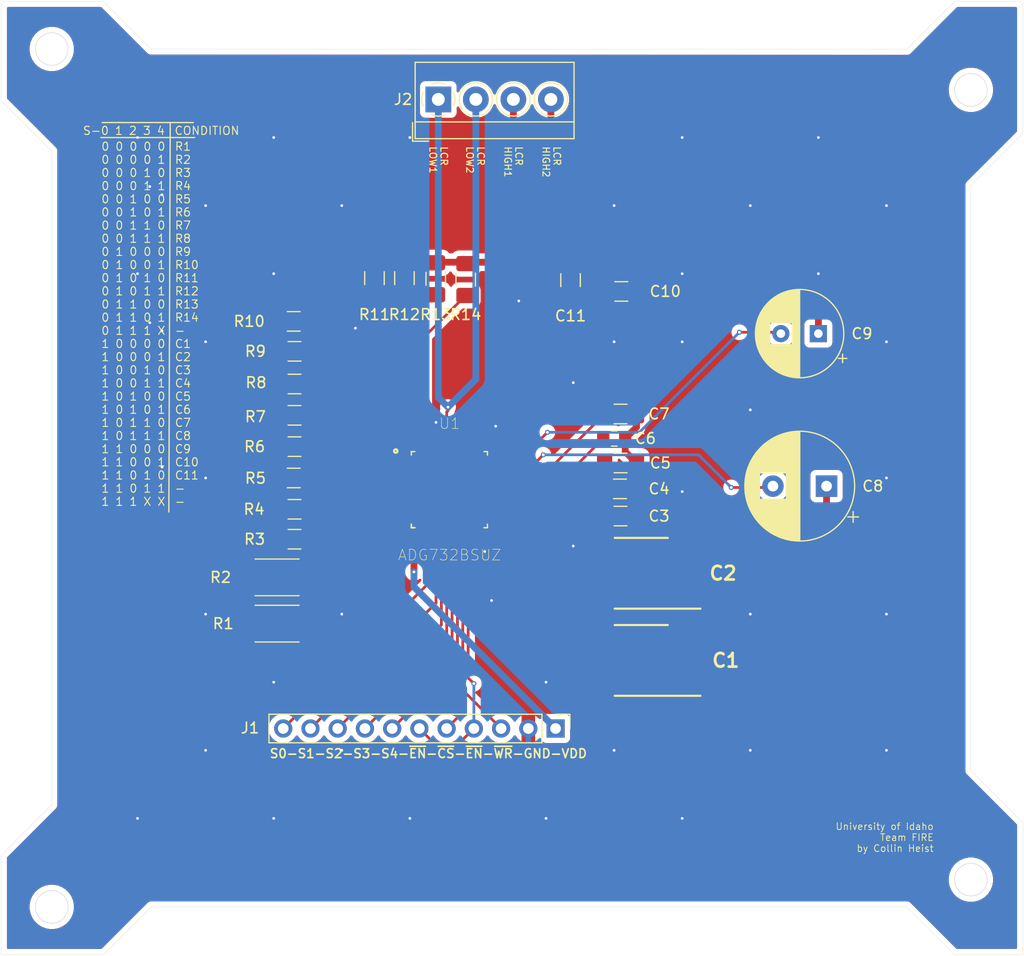
<source format=kicad_pcb>
(kicad_pcb (version 20171130) (host pcbnew "(5.1.4-0-10_14)")
  (title_block (title "RC Test Circuit") (date 2019-11-18) (rev v1.0) (comment 4 "Author: Collin Heist"))
  (layers (0 F.Cu signal) (31 B.Cu signal) (34 B.Paste user hide) (35 F.Paste user) (36 B.SilkS user hide) (37 F.SilkS user) (38 B.Mask user) (39 F.Mask user) (44 Edge.Cuts user))
  (net 0 "")
  (net 1 GND)
  (net 2 SELECT3)
  (net 3 SELECT2)
  (net 4 SELECT1)
  (net 5 SELECT0)
  (net 6 "Net-(C1-Pad2)")
  (net 7 "Net-(C2-Pad2)")
  (net 8 "Net-(C3-Pad2)")
  (net 9 "Net-(C4-Pad2)")
  (net 10 "Net-(C5-Pad2)")
  (net 11 "Net-(C6-Pad2)")
  (net 12 "Net-(C7-Pad2)")
  (net 13 "Net-(C8-Pad2)")
  (net 14 "Net-(C9-Pad2)")
  (net 15 "Net-(C10-Pad2)")
  (net 16 "Net-(C11-Pad2)")
  (net 17 SELECT4)
  (net 18 VDD)
  (net 19 "Net-(R1-Pad1)")
  (net 20 "Net-(R2-Pad1)")
  (net 21 "Net-(R3-Pad1)")
  (net 22 "Net-(R4-Pad1)")
  (net 23 "Net-(R5-Pad1)")
  (net 24 "Net-(R6-Pad1)")
  (net 25 "Net-(R7-Pad1)")
  (net 26 "Net-(R8-Pad1)")
  (net 27 "Net-(R9-Pad1)")
  (net 28 "Net-(R10-Pad1)")
  (net 29 "Net-(R11-Pad1)")
  (net 30 "Net-(R12-Pad1)")
  (net 31 "Net-(R13-Pad1)")
  (net 32 "Net-(R14-Pad1)")
  (net 33 ~WR)
  (net 34 ~EN)
  (net 35 ~CS)
  (net 36 LCR_HIGH1)
  (net 37 LCR_LOW1)
  (module Resistor_SMD:R_1206_3216Metric_Pad1.42x1.75mm_HandSolder (layer F.Cu) (at 68.707 51.3445 90)
    (fp_text reference R14 (at -3.2655 0 180) (layer F.SilkS))
    (fp_text value 10k)
    (pad 1 smd roundrect (at -1.4875 0 90) (size 1.425 1.75) (layers F.Cu F.Paste F.Mask) (roundrect_rratio 0.175439) (net 32 "Net-(R14-Pad1)"))
    (pad 2 smd roundrect (at 1.4875 0 90) (size 1.425 1.75) (layers F.Cu F.Paste F.Mask) (roundrect_rratio 0.175439) (net 36 LCR_HIGH1))
  )
  (module EEH-ZA1E470V:CAPAE660X640N (layer F.Cu) (at 85.904 86.868 180)
    (fp_text reference C1 (at -7.06 0) (layer F.SilkS) (effects (font (size 1.27 1.27) (thickness 0.254))))
    (fp_text value 47u hide)
    (pad 1 smd rect (at -3.1 0 270) (size 1.8 3.2) (layers F.Cu F.Paste F.Mask) (net 36 LCR_HIGH1))
    (pad 2 smd rect (at 3.1 0 270) (size 1.8 3.2) (layers F.Cu F.Paste F.Mask) (net 6 "Net-(C1-Pad2)"))
  )
  (module EEH-ZA1E470V:CAPAE660X640N (layer F.Cu) (at 85.904 78.74 180)
    (fp_text reference C2 (at -6.806 0) (layer F.SilkS) (effects (font (size 1.27 1.27) (thickness 0.254))))
    (fp_text value 47u hide)
    (pad 2 smd rect (at 3.1 0 270) (size 1.8 3.2) (layers F.Cu F.Paste F.Mask) (net 7 "Net-(C2-Pad2)"))
    (pad 1 smd rect (at -3.1 0 270) (size 1.8 3.2) (layers F.Cu F.Paste F.Mask) (net 36 LCR_HIGH1))
  )
  (module Capacitor_SMD:C_1206_3216Metric_Pad1.42x1.75mm_HandSolder (layer F.Cu) (at 83.1485 73.406 180)
    (fp_text reference C3 (at -3.5925 0) (layer F.SilkS))
    (fp_text value 0.1u)
    (pad 2 smd roundrect (at 1.4875 0 180) (size 1.425 1.75) (layers F.Cu F.Paste F.Mask) (roundrect_rratio 0.175439) (net 8 "Net-(C3-Pad2)"))
    (pad 1 smd roundrect (at -1.4875 0 180) (size 1.425 1.75) (layers F.Cu F.Paste F.Mask) (roundrect_rratio 0.175439) (net 36 LCR_HIGH1))
  )
  (module Capacitor_SMD:C_1206_3216Metric_Pad1.42x1.75mm_HandSolder (layer F.Cu) (at 83.0945 70.866 180)
    (fp_text reference C4 (at -3.6465 0) (layer F.SilkS))
    (fp_text value 0.1u)
    (pad 1 smd roundrect (at -1.4875 0 180) (size 1.425 1.75) (layers F.Cu F.Paste F.Mask) (roundrect_rratio 0.175439) (net 36 LCR_HIGH1))
    (pad 2 smd roundrect (at 1.4875 0 180) (size 1.425 1.75) (layers F.Cu F.Paste F.Mask) (roundrect_rratio 0.175439) (net 9 "Net-(C4-Pad2)"))
  )
  (module Capacitor_SMD:C_1206_3216Metric_Pad1.42x1.75mm_HandSolder (layer F.Cu) (at 83.1485 68.453 180)
    (fp_text reference C5 (at -3.7195 0) (layer F.SilkS))
    (fp_text value 0.1u)
    (pad 2 smd roundrect (at 1.4875 0 180) (size 1.425 1.75) (layers F.Cu F.Paste F.Mask) (roundrect_rratio 0.175439) (net 10 "Net-(C5-Pad2)"))
    (pad 1 smd roundrect (at -1.4875 0 180) (size 1.425 1.75) (layers F.Cu F.Paste F.Mask) (roundrect_rratio 0.175439) (net 36 LCR_HIGH1))
  )
  (module Capacitor_SMD:C_0805_2012Metric_Pad1.15x1.40mm_HandSolder (layer F.Cu) (at 82.559 66.167 180)
    (fp_text reference C6 (at -2.912 0) (layer F.SilkS))
    (fp_text value 0.1u)
    (pad 1 smd roundrect (at -1.025 0 180) (size 1.15 1.4) (layers F.Cu F.Paste F.Mask) (roundrect_rratio 0.217391) (net 36 LCR_HIGH1))
    (pad 2 smd roundrect (at 1.025 0 180) (size 1.15 1.4) (layers F.Cu F.Paste F.Mask) (roundrect_rratio 0.217391) (net 11 "Net-(C6-Pad2)"))
  )
  (module Capacitor_SMD:C_1206_3216Metric_Pad1.42x1.75mm_HandSolder (layer F.Cu) (at 83.1485 63.881 180)
    (fp_text reference C7 (at -3.5925 0) (layer F.SilkS))
    (fp_text value 0.1u)
    (pad 1 smd roundrect (at -1.4875 0 180) (size 1.425 1.75) (layers F.Cu F.Paste F.Mask) (roundrect_rratio 0.175439) (net 36 LCR_HIGH1))
    (pad 2 smd roundrect (at 1.4875 0 180) (size 1.425 1.75) (layers F.Cu F.Paste F.Mask) (roundrect_rratio 0.175439) (net 12 "Net-(C7-Pad2)"))
  )
  (module Capacitor_THT:CP_Radial_D10.0mm_P5.00mm (layer F.Cu) (at 102.362 70.612 180)
    (fp_text reference C8 (at -4.318 0) (layer F.SilkS))
    (fp_text value 10)
    (pad 1 thru_hole rect (at 0 0 180) (size 2 2) (drill 1) (layers *.Cu *.Mask) (net 36 LCR_HIGH1))
    (pad 2 thru_hole circle (at 5 0 180) (size 2 2) (drill 1) (layers *.Cu *.Mask) (net 13 "Net-(C8-Pad2)"))
  )
  (module Capacitor_THT:CP_Radial_D8.0mm_P3.50mm (layer F.Cu) (at 101.6 56.388 180)
    (fp_text reference C9 (at -4.064 0) (layer F.SilkS))
    (fp_text value 2.2)
    (pad 1 thru_hole rect (at 0 0 180) (size 1.6 1.6) (drill 0.8) (layers *.Cu *.Mask) (net 36 LCR_HIGH1))
    (pad 2 thru_hole circle (at 3.5 0 180) (size 1.6 1.6) (drill 0.8) (layers *.Cu *.Mask) (net 14 "Net-(C9-Pad2)"))
  )
  (module Capacitor_SMD:C_1206_3216Metric_Pad1.42x1.75mm_HandSolder (layer F.Cu) (at 83.2215 52.451 180)
    (fp_text reference C10 (at -4.1005 0) (layer F.SilkS))
    (fp_text value 47u)
    (pad 1 smd roundrect (at -1.4875 0 180) (size 1.425 1.75) (layers F.Cu F.Paste F.Mask) (roundrect_rratio 0.175439) (net 36 LCR_HIGH1))
    (pad 2 smd roundrect (at 1.4875 0 180) (size 1.425 1.75) (layers F.Cu F.Paste F.Mask) (roundrect_rratio 0.175439) (net 15 "Net-(C10-Pad2)"))
  )
  (module Capacitor_SMD:C_1206_3216Metric_Pad1.42x1.75mm_HandSolder (layer F.Cu) (at 78.486 51.3985 270)
    (fp_text reference C11 (at 3.3385 0 180) (layer F.SilkS))
    (fp_text value 47u)
    (pad 2 smd roundrect (at 1.4875 0 270) (size 1.425 1.75) (layers F.Cu F.Paste F.Mask) (roundrect_rratio 0.175439) (net 16 "Net-(C11-Pad2)"))
    (pad 1 smd roundrect (at -1.4875 0 270) (size 1.425 1.75) (layers F.Cu F.Paste F.Mask) (roundrect_rratio 0.175439) (net 36 LCR_HIGH1))
  )
  (module Resistor_SMD:R_2512_6332Metric_Pad1.52x3.35mm_HandSolder (layer F.Cu) (at 51.1145 83.439 180)
    (fp_text reference R1 (at 5.0195 0) (layer F.SilkS))
    (fp_text value 1.5k)
    (pad 1 smd roundrect (at -2.9875 0 180) (size 1.525 3.35) (layers F.Cu F.Paste F.Mask) (roundrect_rratio 0.163934) (net 19 "Net-(R1-Pad1)"))
    (pad 2 smd roundrect (at 2.9875 0 180) (size 1.525 3.35) (layers F.Cu F.Paste F.Mask) (roundrect_rratio 0.163934) (net 36 LCR_HIGH1))
  )
  (module Resistor_SMD:R_2512_6332Metric_Pad1.52x3.35mm_HandSolder (layer F.Cu) (at 51.1145 79.121 180)
    (fp_text reference R2 (at 5.2675 0) (layer F.SilkS))
    (fp_text value 1M)
    (pad 2 smd roundrect (at 2.9875 0 180) (size 1.525 3.35) (layers F.Cu F.Paste F.Mask) (roundrect_rratio 0.163934) (net 36 LCR_HIGH1))
    (pad 1 smd roundrect (at -2.9875 0 180) (size 1.525 3.35) (layers F.Cu F.Paste F.Mask) (roundrect_rratio 0.163934) (net 20 "Net-(R2-Pad1)"))
  )
  (module Resistor_SMD:R_1206_3216Metric_Pad1.42x1.75mm_HandSolder (layer F.Cu) (at 52.7415 75.565 180)
    (fp_text reference R3 (at 3.7195 0) (layer F.SilkS))
    (fp_text value 1k)
    (pad 1 smd roundrect (at -1.4875 0 180) (size 1.425 1.75) (layers F.Cu F.Paste F.Mask) (roundrect_rratio 0.175439) (net 21 "Net-(R3-Pad1)"))
    (pad 2 smd roundrect (at 1.4875 0 180) (size 1.425 1.75) (layers F.Cu F.Paste F.Mask) (roundrect_rratio 0.175439) (net 36 LCR_HIGH1))
  )
  (module Resistor_SMD:R_1206_3216Metric_Pad1.42x1.75mm_HandSolder (layer F.Cu) (at 52.7415 72.771 180)
    (fp_text reference R4 (at 3.7735 0) (layer F.SilkS))
    (fp_text value 1k)
    (pad 2 smd roundrect (at 1.4875 0 180) (size 1.425 1.75) (layers F.Cu F.Paste F.Mask) (roundrect_rratio 0.175439) (net 36 LCR_HIGH1))
    (pad 1 smd roundrect (at -1.4875 0 180) (size 1.425 1.75) (layers F.Cu F.Paste F.Mask) (roundrect_rratio 0.175439) (net 22 "Net-(R4-Pad1)"))
  )
  (module Resistor_SMD:R_1206_3216Metric_Pad1.42x1.75mm_HandSolder (layer F.Cu) (at 52.6685 69.85 180)
    (fp_text reference R5 (at 3.5703 -0.0254) (layer F.SilkS))
    (fp_text value 1k)
    (pad 1 smd roundrect (at -1.4875 0 180) (size 1.425 1.75) (layers F.Cu F.Paste F.Mask) (roundrect_rratio 0.175439) (net 23 "Net-(R5-Pad1)"))
    (pad 2 smd roundrect (at 1.4875 0 180) (size 1.425 1.75) (layers F.Cu F.Paste F.Mask) (roundrect_rratio 0.175439) (net 36 LCR_HIGH1))
  )
  (module Resistor_SMD:R_1206_3216Metric_Pad1.42x1.75mm_HandSolder (layer F.Cu) (at 52.7415 66.929 180)
    (fp_text reference R6 (at 3.7195 0) (layer F.SilkS))
    (fp_text value 20m)
    (pad 1 smd roundrect (at -1.4875 0 180) (size 1.425 1.75) (layers F.Cu F.Paste F.Mask) (roundrect_rratio 0.175439) (net 24 "Net-(R6-Pad1)"))
    (pad 2 smd roundrect (at 1.4875 0 180) (size 1.425 1.75) (layers F.Cu F.Paste F.Mask) (roundrect_rratio 0.175439) (net 36 LCR_HIGH1))
  )
  (module Resistor_SMD:R_1206_3216Metric_Pad1.42x1.75mm_HandSolder (layer F.Cu) (at 52.7415 64.008 180)
    (fp_text reference R7 (at 3.6465 -0.127) (layer F.SilkS))
    (fp_text value 470m)
    (pad 2 smd roundrect (at 1.4875 0 180) (size 1.425 1.75) (layers F.Cu F.Paste F.Mask) (roundrect_rratio 0.175439) (net 36 LCR_HIGH1))
    (pad 1 smd roundrect (at -1.4875 0 180) (size 1.425 1.75) (layers F.Cu F.Paste F.Mask) (roundrect_rratio 0.175439) (net 25 "Net-(R7-Pad1)"))
  )
  (module Resistor_SMD:R_1206_3216Metric_Pad1.42x1.75mm_HandSolder (layer F.Cu) (at 52.7415 61.087 180)
    (fp_text reference R8 (at 3.5925 0.127) (layer F.SilkS))
    (fp_text value 100)
    (pad 2 smd roundrect (at 1.4875 0 180) (size 1.425 1.75) (layers F.Cu F.Paste F.Mask) (roundrect_rratio 0.175439) (net 36 LCR_HIGH1))
    (pad 1 smd roundrect (at -1.4875 0 180) (size 1.425 1.75) (layers F.Cu F.Paste F.Mask) (roundrect_rratio 0.175439) (net 26 "Net-(R8-Pad1)"))
  )
  (module Resistor_SMD:R_1206_3216Metric_Pad1.42x1.75mm_HandSolder (layer F.Cu) (at 52.7415 58.039 180)
    (fp_text reference R9 (at 3.6465 0) (layer F.SilkS))
    (fp_text value 10k)
    (pad 2 smd roundrect (at 1.4875 0 180) (size 1.425 1.75) (layers F.Cu F.Paste F.Mask) (roundrect_rratio 0.175439) (net 36 LCR_HIGH1))
    (pad 1 smd roundrect (at -1.4875 0 180) (size 1.425 1.75) (layers F.Cu F.Paste F.Mask) (roundrect_rratio 0.175439) (net 27 "Net-(R9-Pad1)"))
  )
  (module Resistor_SMD:R_1206_3216Metric_Pad1.42x1.75mm_HandSolder (layer F.Cu) (at 52.6685 55.245 180)
    (fp_text reference R10 (at 4.1545 0) (layer F.SilkS))
    (fp_text value 10k)
    (pad 2 smd roundrect (at 1.4875 0 180) (size 1.425 1.75) (layers F.Cu F.Paste F.Mask) (roundrect_rratio 0.175439) (net 36 LCR_HIGH1))
    (pad 1 smd roundrect (at -1.4875 0 180) (size 1.425 1.75) (layers F.Cu F.Paste F.Mask) (roundrect_rratio 0.175439) (net 28 "Net-(R10-Pad1)"))
  )
  (module Resistor_SMD:R_1206_3216Metric_Pad1.42x1.75mm_HandSolder (layer F.Cu) (at 60.198 51.2175 90)
    (fp_text reference R11 (at -3.3925 0 180) (layer F.SilkS))
    (fp_text value 10k)
    (pad 1 smd roundrect (at -1.4875 0 90) (size 1.425 1.75) (layers F.Cu F.Paste F.Mask) (roundrect_rratio 0.175439) (net 29 "Net-(R11-Pad1)"))
    (pad 2 smd roundrect (at 1.4875 0 90) (size 1.425 1.75) (layers F.Cu F.Paste F.Mask) (roundrect_rratio 0.175439) (net 36 LCR_HIGH1))
  )
  (module Resistor_SMD:R_1206_3216Metric_Pad1.42x1.75mm_HandSolder (layer F.Cu) (at 62.992 51.2175 90)
    (fp_text reference R12 (at -3.3925 0 180) (layer F.SilkS))
    (fp_text value 10k)
    (pad 1 smd roundrect (at -1.4875 0 90) (size 1.425 1.75) (layers F.Cu F.Paste F.Mask) (roundrect_rratio 0.175439) (net 30 "Net-(R12-Pad1)"))
    (pad 2 smd roundrect (at 1.4875 0 90) (size 1.425 1.75) (layers F.Cu F.Paste F.Mask) (roundrect_rratio 0.175439) (net 36 LCR_HIGH1))
  )
  (module Resistor_SMD:R_1206_3216Metric_Pad1.42x1.75mm_HandSolder (layer F.Cu) (at 65.913 51.2715 90)
    (fp_text reference R13 (at -3.3385 0 180) (layer F.SilkS))
    (fp_text value 10k)
    (pad 2 smd roundrect (at 1.4875 0 90) (size 1.425 1.75) (layers F.Cu F.Paste F.Mask) (roundrect_rratio 0.175439) (net 36 LCR_HIGH1))
    (pad 1 smd roundrect (at -1.4875 0 90) (size 1.425 1.75) (layers F.Cu F.Paste F.Mask) (roundrect_rratio 0.175439) (net 31 "Net-(R13-Pad1)"))
  )
  (module ADG732BSUZ:QFP50P900X900X120-49N (layer F.Cu) (at 67.186001 70.941001)
    (fp_text reference U1 (at 0.022399 -6.171001) (layer F.SilkS) (effects (font (thickness 0.05))))
    (fp_text value ADG732BSUZ (at 0.022399 6.097199) (layer F.SilkS) (effects (font (thickness 0.05))))
    (pad 1 smd rect (at -4.17 -2.75) (size 1.49 0.28) (layers F.Cu F.Paste F.Mask) (net 30 "Net-(R12-Pad1)"))
    (pad 2 smd rect (at -4.17 -2.25) (size 1.49 0.28) (layers F.Cu F.Paste F.Mask) (net 29 "Net-(R11-Pad1)"))
    (pad 3 smd rect (at -4.17 -1.75) (size 1.49 0.28) (layers F.Cu F.Paste F.Mask) (net 28 "Net-(R10-Pad1)"))
    (pad 4 smd rect (at -4.17 -1.25) (size 1.49 0.28) (layers F.Cu F.Paste F.Mask) (net 27 "Net-(R9-Pad1)"))
    (pad 5 smd rect (at -4.17 -0.75) (size 1.49 0.28) (layers F.Cu F.Paste F.Mask) (net 26 "Net-(R8-Pad1)"))
    (pad 6 smd rect (at -4.17 -0.25) (size 1.49 0.28) (layers F.Cu F.Paste F.Mask) (net 25 "Net-(R7-Pad1)"))
    (pad 7 smd rect (at -4.17 0.25) (size 1.49 0.28) (layers F.Cu F.Paste F.Mask) (net 24 "Net-(R6-Pad1)"))
    (pad 8 smd rect (at -4.17 0.75) (size 1.49 0.28) (layers F.Cu F.Paste F.Mask) (net 23 "Net-(R5-Pad1)"))
    (pad 9 smd rect (at -4.17 1.25) (size 1.49 0.28) (layers F.Cu F.Paste F.Mask) (net 22 "Net-(R4-Pad1)"))
    (pad 10 smd rect (at -4.17 1.75) (size 1.49 0.28) (layers F.Cu F.Paste F.Mask) (net 21 "Net-(R3-Pad1)"))
    (pad 11 smd rect (at -4.17 2.25) (size 1.49 0.28) (layers F.Cu F.Paste F.Mask) (net 20 "Net-(R2-Pad1)"))
    (pad 12 smd rect (at -4.17 2.75) (size 1.49 0.28) (layers F.Cu F.Paste F.Mask) (net 19 "Net-(R1-Pad1)"))
    (pad 13 smd rect (at -2.75 4.17 90) (size 1.49 0.28) (layers F.Cu F.Paste F.Mask) (net 18 VDD))
    (pad 14 smd rect (at -2.25 4.17 90) (size 1.49 0.28) (layers F.Cu F.Paste F.Mask) (net 18 VDD))
    (pad 15 smd rect (at -1.75 4.17 90) (size 1.49 0.28) (layers F.Cu F.Paste F.Mask) (net 5 SELECT0))
    (pad 16 smd rect (at -1.25 4.17 90) (size 1.49 0.28) (layers F.Cu F.Paste F.Mask) (net 4 SELECT1))
    (pad 17 smd rect (at -0.75 4.17 90) (size 1.49 0.28) (layers F.Cu F.Paste F.Mask) (net 3 SELECT2))
    (pad 18 smd rect (at -0.25 4.17 90) (size 1.49 0.28) (layers F.Cu F.Paste F.Mask) (net 2 SELECT3))
    (pad 19 smd rect (at 0.25 4.17 90) (size 1.49 0.28) (layers F.Cu F.Paste F.Mask) (net 17 SELECT4))
    (pad 20 smd rect (at 0.75 4.17 90) (size 1.49 0.28) (layers F.Cu F.Paste F.Mask) (net 35 ~CS))
    (pad 21 smd rect (at 1.25 4.17 90) (size 1.49 0.28) (layers F.Cu F.Paste F.Mask) (net 33 ~WR))
    (pad 22 smd rect (at 1.75 4.17 90) (size 1.49 0.28) (layers F.Cu F.Paste F.Mask) (net 34 ~EN))
    (pad 23 smd rect (at 2.25 4.17 90) (size 1.49 0.28) (layers F.Cu F.Paste F.Mask) (net 1 GND))
    (pad 24 smd rect (at 2.75 4.17 90) (size 1.49 0.28) (layers F.Cu F.Paste F.Mask) (net 1 GND))
    (pad 25 smd rect (at 4.17 2.75 180) (size 1.49 0.28) (layers F.Cu F.Paste F.Mask) (net 6 "Net-(C1-Pad2)"))
    (pad 26 smd rect (at 4.17 2.25 180) (size 1.49 0.28) (layers F.Cu F.Paste F.Mask) (net 7 "Net-(C2-Pad2)"))
    (pad 27 smd rect (at 4.17 1.75 180) (size 1.49 0.28) (layers F.Cu F.Paste F.Mask) (net 8 "Net-(C3-Pad2)"))
    (pad 28 smd rect (at 4.17 1.25 180) (size 1.49 0.28) (layers F.Cu F.Paste F.Mask) (net 9 "Net-(C4-Pad2)"))
    (pad 29 smd rect (at 4.17 0.75 180) (size 1.49 0.28) (layers F.Cu F.Paste F.Mask) (net 10 "Net-(C5-Pad2)"))
    (pad 30 smd rect (at 4.17 0.25 180) (size 1.49 0.28) (layers F.Cu F.Paste F.Mask) (net 11 "Net-(C6-Pad2)"))
    (pad 31 smd rect (at 4.17 -0.25 180) (size 1.49 0.28) (layers F.Cu F.Paste F.Mask) (net 12 "Net-(C7-Pad2)"))
    (pad 32 smd rect (at 4.17 -0.75 180) (size 1.49 0.28) (layers F.Cu F.Paste F.Mask) (net 13 "Net-(C8-Pad2)"))
    (pad 33 smd rect (at 4.17 -1.25 180) (size 1.49 0.28) (layers F.Cu F.Paste F.Mask) (net 14 "Net-(C9-Pad2)"))
    (pad 34 smd rect (at 4.17 -1.75 180) (size 1.49 0.28) (layers F.Cu F.Paste F.Mask) (net 15 "Net-(C10-Pad2)"))
    (pad 35 smd rect (at 4.17 -2.25 180) (size 1.49 0.28) (layers F.Cu F.Paste F.Mask) (net 16 "Net-(C11-Pad2)"))
    (pad 36 smd rect (at 4.17 -2.75 180) (size 1.49 0.28) (layers F.Cu F.Paste F.Mask) (net 1 GND))
    (pad 37 smd rect (at 2.75 -4.17 270) (size 1.49 0.28) (layers F.Cu F.Paste F.Mask) (net 1 GND))
    (pad 38 smd rect (at 2.25 -4.17 270) (size 1.49 0.28) (layers F.Cu F.Paste F.Mask) (net 1 GND))
    (pad 39 smd rect (at 1.75 -4.17 270) (size 1.49 0.28) (layers F.Cu F.Paste F.Mask) (net 1 GND))
    (pad 40 smd rect (at 1.25 -4.17 270) (size 1.49 0.28) (layers F.Cu F.Paste F.Mask) (net 1 GND))
    (pad 41 smd rect (at 0.75 -4.17 270) (size 1.49 0.28) (layers F.Cu F.Paste F.Mask))
    (pad 42 smd rect (at 0.25 -4.17 270) (size 1.49 0.28) (layers F.Cu F.Paste F.Mask))
    (pad 43 smd rect (at -0.25 -4.17 270) (size 1.49 0.28) (layers F.Cu F.Paste F.Mask) (net 37 LCR_LOW1))
    (pad 44 smd rect (at -0.75 -4.17 270) (size 1.49 0.28) (layers F.Cu F.Paste F.Mask))
    (pad 45 smd rect (at -1.25 -4.17 270) (size 1.49 0.28) (layers F.Cu F.Paste F.Mask) (net 1 GND))
    (pad 46 smd rect (at -1.75 -4.17 270) (size 1.49 0.28) (layers F.Cu F.Paste F.Mask) (net 1 GND))
    (pad 47 smd rect (at -2.25 -4.17 270) (size 1.49 0.28) (layers F.Cu F.Paste F.Mask) (net 32 "Net-(R14-Pad1)"))
    (pad 48 smd rect (at -2.75 -4.17 270) (size 1.49 0.28) (layers F.Cu F.Paste F.Mask) (net 31 "Net-(R13-Pad1)"))
  )
  (module Connector_PinHeader_2.54mm:PinHeader_1x11_P2.54mm_Vertical (layer F.Cu) (at 77.089 93.218 270)
    (fp_text reference J1 (at -0.0508 28.4988 180) (layer F.SilkS))
    (fp_text value Conn_01x11)
    (pad 1 thru_hole rect (at 0 0 270) (size 1.7 1.7) (drill 1) (layers *.Cu *.Mask) (net 18 VDD))
    (pad 2 thru_hole oval (at 0 2.54 270) (size 1.7 1.7) (drill 1) (layers *.Cu *.Mask) (net 1 GND))
    (pad 3 thru_hole oval (at 0 5.08 270) (size 1.7 1.7) (drill 1) (layers *.Cu *.Mask) (net 33 ~WR))
    (pad 4 thru_hole oval (at 0 7.62 270) (size 1.7 1.7) (drill 1) (layers *.Cu *.Mask) (net 34 ~EN))
    (pad 5 thru_hole oval (at 0 10.16 270) (size 1.7 1.7) (drill 1) (layers *.Cu *.Mask) (net 35 ~CS))
    (pad 6 thru_hole oval (at 0 12.7 270) (size 1.7 1.7) (drill 1) (layers *.Cu *.Mask) (net 34 ~EN))
    (pad 7 thru_hole oval (at 0 15.24 270) (size 1.7 1.7) (drill 1) (layers *.Cu *.Mask) (net 17 SELECT4))
    (pad 8 thru_hole oval (at 0 17.78 270) (size 1.7 1.7) (drill 1) (layers *.Cu *.Mask) (net 2 SELECT3))
    (pad 9 thru_hole oval (at 0 20.32 270) (size 1.7 1.7) (drill 1) (layers *.Cu *.Mask) (net 3 SELECT2))
    (pad 10 thru_hole oval (at 0 22.86 270) (size 1.7 1.7) (drill 1) (layers *.Cu *.Mask) (net 4 SELECT1))
    (pad 11 thru_hole oval (at 0 25.4 270) (size 1.7 1.7) (drill 1) (layers *.Cu *.Mask) (net 5 SELECT0))
  )
  (module TerminalBlock_4Ucon:TerminalBlock_4Ucon_1x04_P3.50mm_Horizontal (layer F.Cu) (at 66.152 34.544)
    (fp_text reference J2 (at -3.287 0) (layer F.SilkS))
    (fp_text value Screw_Terminal_01x04)
    (pad 1 thru_hole rect (at 0 0) (size 2.4 2.4) (drill 1.2) (layers *.Cu *.Mask) (net 37 LCR_LOW1))
    (pad 2 thru_hole circle (at 3.5 0) (size 2.4 2.4) (drill 1.2) (layers *.Cu *.Mask) (net 37 LCR_LOW1))
    (pad 3 thru_hole circle (at 7 0) (size 2.4 2.4) (drill 1.2) (layers *.Cu *.Mask) (net 36 LCR_HIGH1))
    (pad 4 thru_hole circle (at 10.5 0) (size 2.4 2.4) (drill 1.2) (layers *.Cu *.Mask) (net 36 LCR_HIGH1))
  )
  (gr_text "LCR\nHIGH2" (at 76.708 38.862 270) (layer F.SilkS) (effects (font (size 0.635 0.635) (thickness 0.1016)) (justify left)))
  (gr_text "LCR\nHIGH1" (at 73.152 38.862 270) (layer F.SilkS) (effects (font (size 0.635 0.635) (thickness 0.1016)) (justify left)))
  (gr_text "LCR\nLOW2" (at 69.596 38.862 270) (layer F.SilkS) (effects (font (size 0.635 0.635) (thickness 0.1016)) (justify left)))
  (gr_text "LCR\nLOW1" (at 66.167 38.862 270) (layer F.SilkS) (effects (font (size 0.635 0.635) (thickness 0.1016)) (justify left)))
  (gr_text S0-S1-S2-S3-S4-~EN~-~CS~-~EN~-~WR~-GND-VDD (at 65.2272 95.5548) (layer F.SilkS) (effects (font (size 0.8255 0.8255))))
  (gr_line (start 114.2746 114.3) (end 120.65 114.3) (layer Edge.Cuts) (width 0.0254))
  (gr_line (start 34.9504 114.3) (end 25.4 114.3) (layer Edge.Cuts) (width 0.0254))
  (gr_line (start 39.3954 109.855) (end 109.8296 109.855) (layer Edge.Cuts) (width 0.0254))
  (gr_line (start 39.3954 109.855) (end 34.9504 114.3) (layer Edge.Cuts) (width 0.0254))
  (gr_line (start 109.8296 109.855) (end 114.2746 114.3) (layer Edge.Cuts) (width 0.0254))
  (gr_line (start 120.65 114.3) (end 120.65 101.9556) (layer Edge.Cuts) (width 0.0254))
  (gr_line (start 120.65 37.7444) (end 120.65 25.4) (layer Edge.Cuts) (width 0.0254))
  (gr_line (start 115.824 97.1296) (end 120.65 101.9556) (layer Edge.Cuts) (width 0.0254))
  (gr_line (start 115.824 42.5704) (end 115.824 97.1296) (layer Edge.Cuts) (width 0.0254))
  (gr_line (start 115.824 42.5704) (end 120.65 37.7444) (layer Edge.Cuts) (width 0.0254))
  (gr_line (start 25.4 105.029) (end 25.4 114.3) (layer Edge.Cuts) (width 0.0254))
  (gr_line (start 114.3254 25.4) (end 120.65 25.4) (layer Edge.Cuts) (width 0.0254))
  (gr_line (start 34.925 25.4) (end 25.4 25.4) (layer Edge.Cuts) (width 0.0254))
  (gr_line (start 109.855 29.8704) (end 39.37 29.845) (layer Edge.Cuts) (width 0.0254))
  (gr_line (start 114.3 25.4254) (end 114.3254 25.4) (layer Edge.Cuts) (width 0.0254))
  (gr_line (start 109.855 29.8704) (end 114.3 25.4254) (layer Edge.Cuts) (width 0.0254))
  (gr_line (start 25.4 25.4) (end 25.4 34.671) (layer Edge.Cuts) (width 0.0254))
  (gr_line (start 30.099 39.37) (end 30.099 100.33) (layer Edge.Cuts) (width 0.0254))
  (gr_line (start 30.099 100.33) (end 25.4 105.029) (layer Edge.Cuts) (width 0.0254))
  (gr_line (start 30.099 39.37) (end 25.4 34.671) (layer Edge.Cuts) (width 0.0254))
  (gr_line (start 39.37 29.845) (end 34.925 25.4) (layer Edge.Cuts) (width 0.0254))
  (gr_text "R1\nR2\nR3\nR4\nR5\nR6\nR7\nR8\nR9\nR10\nR11\nR12\nR13\nR14\n-\nC1\nC2\nC3\nC4\nC5\nC6\nC7\nC8\nC9\nC10\nC11\n-\n-" (at 41.529 55.499) (layer F.SilkS) (effects (font (size 0.762 0.762) (thickness 0.09525)) (justify left)))
  (gr_text CONDITION (at 44.577 37.465) (layer F.SilkS) (effects (font (size 0.762 0.762) (thickness 0.09525))))
  (gr_line (start 41.148 36.703) (end 41.021 73.025) (layer F.SilkS) (width 0.12))
  (gr_text "0 0 0 0 0\n0 0 0 0 1\n0 0 0 1 0\n0 0 0 1 1\n0 0 1 0 0 \n0 0 1 0 1\n0 0 1 1 0\n0 0 1 1 1\n0 1 0 0 0\n0 1 0 0 1\n0 1 0 1 0\n0 1 0 1 1\n0 1 1 0 0 \n0 1 1 0 1\n0 1 1 1 X\n1 0 0 0 0\n1 0 0 0 1\n1 0 0 1 0\n1 0 0 1 1\n1 0 1 0 0 \n1 0 1 0 1\n1 0 1 1 0\n1 0 1 1 1\n1 1 0 0 0\n1 1 0 0 1\n1 1 0 1 0\n1 1 0 1 1\n1 1 1 X X" (at 34.671 55.499) (layer F.SilkS) (effects (font (size 0.762 0.762) (thickness 0.09525)) (justify left)))
  (gr_line (start 34.671 38.1) (end 43.434 38.1) (layer F.SilkS) (width 0.12))
  (gr_line (start 34.798 36.703) (end 43.307 36.703) (layer F.SilkS) (width 0.12))
  (gr_text "S-0 1 2 3 4" (at 36.83 37.465) (layer F.SilkS) (effects (font (size 0.762 0.762) (thickness 0.09525))))
  (gr_circle (center 115.824 33.655) (end 117.348 33.655) (layer Edge.Cuts) (width 0.05))
  (gr_text "University of Idaho\nTeam FIRE\nby Collin Heist" (at 112.395 103.378) (layer F.SilkS) (effects (font (size 0.635 0.635) (thickness 0.0762)) (justify right)))
  (gr_circle (center 30.099 109.855) (end 31.623 109.855) (layer Edge.Cuts) (width 0.05))
  (gr_circle (center 115.824 107.315) (end 117.348 107.315) (layer Edge.Cuts) (width 0.05))
  (gr_circle (center 30.099 29.845) (end 31.623 29.845) (layer Edge.Cuts) (width 0.05))
  (via (at 73.66 53.34) (size 0.4572) (drill 0.254) (layers F.Cu B.Cu) (net 1))
  (via (at 78.74 60.96) (size 0.4572) (drill 0.254) (layers F.Cu B.Cu) (net 1))
  (via (at 57.15 95.25) (size 0.4572) (drill 0.254) (layers F.Cu B.Cu) (net 1))
  (via (at 58.42 55.88) (size 0.4572) (drill 0.254) (layers F.Cu B.Cu) (net 1))
  (via (at 78.74 76.2) (size 0.4572) (drill 0.254) (layers F.Cu B.Cu) (net 1))
  (via (at 71.12 81.28) (size 0.4572) (drill 0.254) (layers F.Cu B.Cu) (net 1))
  (via (at 88.9 71.12) (size 0.4572) (drill 0.254) (layers F.Cu B.Cu) (net 1))
  (via (at 38.1 38.1) (size 0.4572) (drill 0.254) (layers F.Cu B.Cu) (net 1))
  (via (at 38.1 50.8) (size 0.4572) (drill 0.254) (layers F.Cu B.Cu) (net 1))
  (via (at 40.386 43.434) (size 0.4572) (drill 0.254) (layers F.Cu B.Cu) (net 1))
  (via (at 40.386 56.134) (size 0.4572) (drill 0.254) (layers F.Cu B.Cu) (net 1))
  (via (at 40.386 68.834) (size 0.4572) (drill 0.254) (layers F.Cu B.Cu) (net 1))
  (via (at 38.1 101.6) (size 0.4572) (drill 0.254) (layers F.Cu B.Cu) (net 1))
  (via (at 50.8 101.6) (size 0.4572) (drill 0.254) (layers F.Cu B.Cu) (net 1))
  (via (at 63.5 101.6) (size 0.4572) (drill 0.254) (layers F.Cu B.Cu) (net 1))
  (via (at 76.2 101.6) (size 0.4572) (drill 0.254) (layers F.Cu B.Cu) (net 1))
  (via (at 88.9 101.6) (size 0.4572) (drill 0.254) (layers F.Cu B.Cu) (net 1))
  (via (at 39.243 55.372) (size 0.4572) (drill 0.254) (layers F.Cu B.Cu) (net 1))
  (via (at 50.8 38.1) (size 0.4572) (drill 0.254) (layers F.Cu B.Cu) (net 1))
  (via (at 63.5 38.1) (size 0.4572) (drill 0.254) (layers F.Cu B.Cu) (net 1))
  (via (at 88.9 38.1) (size 0.4572) (drill 0.254) (layers F.Cu B.Cu) (net 1))
  (via (at 101.6 38.1) (size 0.4572) (drill 0.254) (layers F.Cu B.Cu) (net 1))
  (via (at 107.95 44.45) (size 0.4572) (drill 0.254) (layers F.Cu B.Cu) (net 1))
  (via (at 107.95 57.15) (size 0.4572) (drill 0.254) (layers F.Cu B.Cu) (net 1))
  (via (at 107.95 69.85) (size 0.4572) (drill 0.254) (layers F.Cu B.Cu) (net 1))
  (via (at 107.95 82.55) (size 0.4572) (drill 0.254) (layers F.Cu B.Cu) (net 1))
  (via (at 107.95 95.25) (size 0.4572) (drill 0.254) (layers F.Cu B.Cu) (net 1))
  (via (at 95.25 95.25) (size 0.4572) (drill 0.254) (layers F.Cu B.Cu) (net 1))
  (via (at 82.55 95.25) (size 0.4572) (drill 0.254) (layers F.Cu B.Cu) (net 1))
  (via (at 44.45 95.25) (size 0.4572) (drill 0.254) (layers F.Cu B.Cu) (net 1))
  (via (at 50.8 88.9) (size 0.4572) (drill 0.254) (layers F.Cu B.Cu) (net 1))
  (via (at 57.15 82.55) (size 0.4572) (drill 0.254) (layers F.Cu B.Cu) (net 1))
  (via (at 76.2 88.9) (size 0.4572) (drill 0.254) (layers F.Cu B.Cu) (net 1))
  (via (at 95.25 63.5) (size 0.4572) (drill 0.254) (layers F.Cu B.Cu) (net 1))
  (via (at 88.9 57.15) (size 0.4572) (drill 0.254) (layers F.Cu B.Cu) (net 1))
  (via (at 82.55 57.15) (size 0.4572) (drill 0.254) (layers F.Cu B.Cu) (net 1))
  (via (at 44.45 44.45) (size 0.4572) (drill 0.254) (layers F.Cu B.Cu) (net 1))
  (via (at 57.15 44.45) (size 0.4572) (drill 0.254) (layers F.Cu B.Cu) (net 1))
  (via (at 82.55 44.45) (size 0.4572) (drill 0.254) (layers F.Cu B.Cu) (net 1))
  (via (at 95.25 44.45) (size 0.4572) (drill 0.254) (layers F.Cu B.Cu) (net 1))
  (via (at 101.6 50.8) (size 0.4572) (drill 0.254) (layers F.Cu B.Cu) (net 1))
  (via (at 88.9 50.8) (size 0.4572) (drill 0.254) (layers F.Cu B.Cu) (net 1))
  (via (at 50.8 50.8) (size 0.4572) (drill 0.254) (layers F.Cu B.Cu) (net 1))
  (via (at 44.45 57.15) (size 0.4572) (drill 0.254) (layers F.Cu B.Cu) (net 1))
  (via (at 44.45 69.85) (size 0.4572) (drill 0.254) (layers F.Cu B.Cu) (net 1))
  (via (at 44.45 82.55) (size 0.4572) (drill 0.254) (layers F.Cu B.Cu) (net 1))
  (via (at 39.243 42.672) (size 0.4572) (drill 0.254) (layers F.Cu B.Cu) (net 1))
  (via (at 95.25 82.55) (size 0.4572) (drill 0.254) (layers F.Cu B.Cu) (net 1))
  (segment (start 65.436001 66.771001) (end 65.936001 66.771001) (width 0.254) (layer F.Cu) (net 1))
  (via (at 65.936001 64.666001) (size 0.4572) (drill 0.254) (layers F.Cu B.Cu) (net 1))
  (segment (start 68.436001 65.772001) (end 69.184002 65.024) (width 0.254) (layer F.Cu) (net 1))
  (segment (start 68.436001 66.771001) (end 68.436001 65.772001) (width 0.254) (layer F.Cu) (net 1))
  (via (at 71.501 65.024) (size 0.4572) (drill 0.254) (layers F.Cu B.Cu) (net 1))
  (segment (start 68.936001 65.272001) (end 69.184002 65.024) (width 0.254) (layer F.Cu) (net 1))
  (segment (start 68.936001 66.771001) (end 68.936001 65.272001) (width 0.254) (layer F.Cu) (net 1))
  (segment (start 69.436001 65.564999) (end 69.977 65.024) (width 0.254) (layer F.Cu) (net 1))
  (segment (start 69.436001 66.771001) (end 69.436001 65.564999) (width 0.254) (layer F.Cu) (net 1))
  (segment (start 69.977 65.024) (end 71.501 65.024) (width 0.254) (layer F.Cu) (net 1))
  (segment (start 69.184002 65.024) (end 69.977 65.024) (width 0.254) (layer F.Cu) (net 1))
  (segment (start 71.177711 65.024) (end 71.501 65.024) (width 0.254) (layer F.Cu) (net 1))
  (segment (start 71.078002 65.024) (end 71.177711 65.024) (width 0.254) (layer F.Cu) (net 1))
  (segment (start 69.936001 66.166001) (end 71.078002 65.024) (width 0.254) (layer F.Cu) (net 1))
  (segment (start 69.936001 66.771001) (end 69.936001 66.166001) (width 0.254) (layer F.Cu) (net 1))
  (segment (start 71.356001 65.168999) (end 71.501 65.024) (width 0.254) (layer F.Cu) (net 1))
  (segment (start 71.356001 68.191001) (end 71.356001 65.168999) (width 0.254) (layer F.Cu) (net 1))
  (segment (start 65.936001 66.771001) (end 65.936001 64.666001) (width 0.254) (layer F.Cu) (net 1))
  (segment (start 65.436001 65.166001) (end 65.936001 64.666001) (width 0.254) (layer F.Cu) (net 1))
  (segment (start 65.436001 66.771001) (end 65.436001 65.166001) (width 0.254) (layer F.Cu) (net 1))
  (segment (start 69.436001 76.110001) (end 69.436001 75.111001) (width 0.254) (layer F.Cu) (net 1))
  (segment (start 70.485 75.266) (end 70.485 76.708) (width 0.254) (layer F.Cu) (net 1))
  (segment (start 70.034 76.708) (end 69.436001 76.110001) (width 0.254) (layer F.Cu) (net 1))
  (segment (start 70.485 76.708) (end 70.034 76.708) (width 0.254) (layer F.Cu) (net 1))
  (segment (start 70.330001 75.111001) (end 70.485 75.266) (width 0.254) (layer F.Cu) (net 1))
  (segment (start 69.936001 75.111001) (end 70.330001 75.111001) (width 0.254) (layer F.Cu) (net 1))
  (segment (start 70.485 76.708) (end 70.485 76.708) (width 0.254) (layer F.Cu) (net 1))
  (via (at 70.485 76.708) (size 0.4572) (drill 0.254) (layers F.Cu B.Cu) (net 1))
  (segment (start 74.549 93.218) (end 74.549 91.313) (width 1.27) (layer F.Cu) (net 1))
  (segment (start 74.549 93.218) (end 74.549 94.420081) (width 1.27) (layer F.Cu) (net 1))
  (segment (start 74.549 94.420081) (end 74.549 95.6056) (width 1.27) (layer F.Cu) (net 1))
  (segment (start 66.936001 85.590999) (end 66.936001 75.111001) (width 0.254) (layer F.Cu) (net 2))
  (segment (start 59.309 93.218) (end 66.936001 85.590999) (width 0.254) (layer F.Cu) (net 2))
  (segment (start 66.436001 83.550999) (end 66.436001 75.111001) (width 0.254) (layer F.Cu) (net 3))
  (segment (start 56.769 93.218) (end 66.436001 83.550999) (width 0.254) (layer F.Cu) (net 3))
  (segment (start 65.936001 81.510999) (end 65.936001 75.111001) (width 0.254) (layer F.Cu) (net 4))
  (segment (start 54.229 93.218) (end 65.936001 81.510999) (width 0.254) (layer F.Cu) (net 4))
  (segment (start 65.436001 79.470999) (end 65.436001 75.111001) (width 0.254) (layer F.Cu) (net 5))
  (segment (start 51.689 93.218) (end 65.436001 79.470999) (width 0.254) (layer F.Cu) (net 5))
  (segment (start 71.356001 76.120001) (end 82.104 86.868) (width 0.254) (layer F.Cu) (net 6))
  (segment (start 82.104 86.868) (end 82.804 86.868) (width 0.127) (layer F.Cu) (net 6))
  (segment (start 71.356001 73.691001) (end 71.356001 76.120001) (width 0.254) (layer F.Cu) (net 6))
  (segment (start 72.228001 73.191001) (end 77.777 78.74) (width 0.254) (layer F.Cu) (net 7))
  (segment (start 77.777 78.74) (end 82.804 78.74) (width 0.254) (layer F.Cu) (net 7))
  (segment (start 71.356001 73.191001) (end 72.228001 73.191001) (width 0.254) (layer F.Cu) (net 7))
  (segment (start 80.946001 72.691001) (end 81.661 73.406) (width 0.127) (layer F.Cu) (net 8))
  (segment (start 71.356001 72.691001) (end 80.946001 72.691001) (width 0.254) (layer F.Cu) (net 8))
  (segment (start 80.281999 72.191001) (end 81.607 70.866) (width 0.254) (layer F.Cu) (net 9))
  (segment (start 71.356001 72.191001) (end 80.281999 72.191001) (width 0.254) (layer F.Cu) (net 9))
  (segment (start 78.422999 71.691001) (end 81.661 68.453) (width 0.254) (layer F.Cu) (net 10))
  (segment (start 71.356001 71.691001) (end 78.422999 71.691001) (width 0.254) (layer F.Cu) (net 10))
  (segment (start 76.509999 71.191001) (end 81.534 66.167) (width 0.254) (layer F.Cu) (net 11))
  (segment (start 71.356001 71.191001) (end 76.509999 71.191001) (width 0.254) (layer F.Cu) (net 11))
  (segment (start 74.850999 70.691001) (end 81.661 63.881) (width 0.254) (layer F.Cu) (net 12))
  (segment (start 71.356001 70.691001) (end 74.850999 70.691001) (width 0.254) (layer F.Cu) (net 12))
  (segment (start 71.356001 70.191001) (end 73.445999 70.191001) (width 0.254) (layer F.Cu) (net 13))
  (segment (start 73.445999 70.191001) (end 75.946 67.691) (width 0.254) (layer F.Cu) (net 13))
  (via (at 75.946 67.691) (size 0.4572) (drill 0.254) (layers F.Cu B.Cu) (net 13))
  (segment (start 75.946 67.691) (end 90.424 67.691) (width 0.254) (layer B.Cu) (net 13))
  (segment (start 90.424 67.691) (end 93.472 70.739) (width 0.254) (layer B.Cu) (net 13))
  (via (at 93.472 70.739) (size 0.4572) (drill 0.254) (layers F.Cu B.Cu) (net 13))
  (segment (start 97.235 70.739) (end 97.362 70.612) (width 0.127) (layer F.Cu) (net 13))
  (segment (start 93.472 70.739) (end 97.235 70.739) (width 0.254) (layer F.Cu) (net 13))
  (via (at 94.234 56.261) (size 0.4572) (drill 0.254) (layers F.Cu B.Cu) (net 14))
  (segment (start 97.973 56.261) (end 98.1 56.388) (width 0.127) (layer F.Cu) (net 14))
  (segment (start 94.234 56.261) (end 97.973 56.261) (width 0.254) (layer F.Cu) (net 14))
  (segment (start 72.228001 69.691001) (end 76.327 65.592002) (width 0.254) (layer F.Cu) (net 14))
  (segment (start 71.356001 69.691001) (end 72.228001 69.691001) (width 0.254) (layer F.Cu) (net 14))
  (via (at 76.327 65.592002) (size 0.4572) (drill 0.254) (layers F.Cu B.Cu) (net 14))
  (segment (start 84.902998 65.592002) (end 94.234 56.261) (width 0.254) (layer B.Cu) (net 14))
  (segment (start 76.327 65.592002) (end 84.902998 65.592002) (width 0.254) (layer B.Cu) (net 14))
  (segment (start 72.228001 69.191001) (end 75.438 65.981002) (width 0.254) (layer F.Cu) (net 15))
  (segment (start 71.356001 69.191001) (end 72.228001 69.191001) (width 0.254) (layer F.Cu) (net 15))
  (segment (start 75.438 58.747) (end 81.734 52.451) (width 0.254) (layer F.Cu) (net 15))
  (segment (start 75.438 65.981002) (end 75.438 58.747) (width 0.254) (layer F.Cu) (net 15))
  (segment (start 71.372 68.707) (end 71.356001 68.691001) (width 0.127) (layer F.Cu) (net 16))
  (segment (start 72.083903 68.691001) (end 74.666653 66.108251) (width 0.254) (layer F.Cu) (net 16))
  (segment (start 71.356001 68.691001) (end 72.083903 68.691001) (width 0.254) (layer F.Cu) (net 16))
  (segment (start 77.714653 53.657347) (end 78.486 52.886) (width 0.254) (layer F.Cu) (net 16))
  (segment (start 74.666653 56.705347) (end 78.486 52.886) (width 0.254) (layer F.Cu) (net 16))
  (segment (start 74.666653 66.108251) (end 74.666653 56.705347) (width 0.254) (layer F.Cu) (net 16))
  (segment (start 67.436001 87.630999) (end 67.436001 75.111001) (width 0.254) (layer F.Cu) (net 17))
  (segment (start 61.849 93.218) (end 67.436001 87.630999) (width 0.254) (layer F.Cu) (net 17))
  (segment (start 64.436001 75.716001) (end 63.881 76.271002) (width 0.635) (layer F.Cu) (net 18))
  (segment (start 64.436001 75.111001) (end 64.436001 75.716001) (width 0.635) (layer F.Cu) (net 18))
  (segment (start 63.881 76.271002) (end 63.881 78.613) (width 0.635) (layer F.Cu) (net 18))
  (via (at 63.881 78.613) (size 0.4572) (drill 0.254) (layers F.Cu B.Cu) (net 18))
  (segment (start 63.881 80.01) (end 77.089 93.218) (width 0.635) (layer B.Cu) (net 18))
  (segment (start 63.881 78.613) (end 63.881 80.01) (width 0.635) (layer B.Cu) (net 18))
  (segment (start 64.436001 75.111001) (end 64.8515 75.111001) (width 0.635) (layer F.Cu) (net 18))
  (segment (start 63.016001 74.524999) (end 54.102 83.439) (width 0.254) (layer F.Cu) (net 19))
  (segment (start 63.016001 73.691001) (end 63.016001 74.524999) (width 0.254) (layer F.Cu) (net 19))
  (segment (start 60.031999 73.191001) (end 54.102 79.121) (width 0.254) (layer F.Cu) (net 20))
  (segment (start 63.016001 73.191001) (end 60.031999 73.191001) (width 0.254) (layer F.Cu) (net 20))
  (segment (start 57.102999 72.691001) (end 54.229 75.565) (width 0.254) (layer F.Cu) (net 21))
  (segment (start 63.016001 72.691001) (end 57.102999 72.691001) (width 0.254) (layer F.Cu) (net 21))
  (segment (start 54.808999 72.191001) (end 54.229 72.771) (width 0.127) (layer F.Cu) (net 22))
  (segment (start 63.016001 72.191001) (end 54.808999 72.191001) (width 0.254) (layer F.Cu) (net 22))
  (segment (start 55.997001 71.691001) (end 54.156 69.85) (width 0.254) (layer F.Cu) (net 23))
  (segment (start 63.016001 71.691001) (end 55.997001 71.691001) (width 0.254) (layer F.Cu) (net 23))
  (segment (start 58.491001 71.191001) (end 54.229 66.929) (width 0.254) (layer F.Cu) (net 24))
  (segment (start 63.016001 71.191001) (end 58.491001 71.191001) (width 0.254) (layer F.Cu) (net 24))
  (segment (start 60.912001 70.691001) (end 54.229 64.008) (width 0.254) (layer F.Cu) (net 25))
  (segment (start 63.016001 70.691001) (end 60.912001 70.691001) (width 0.254) (layer F.Cu) (net 25))
  (segment (start 62.144001 70.191001) (end 58.547 66.594) (width 0.254) (layer F.Cu) (net 26))
  (segment (start 63.016001 70.191001) (end 62.144001 70.191001) (width 0.254) (layer F.Cu) (net 26))
  (segment (start 58.547 65.405) (end 54.229 61.087) (width 0.254) (layer F.Cu) (net 26))
  (segment (start 58.547 66.594) (end 58.547 65.405) (width 0.254) (layer F.Cu) (net 26))
  (segment (start 62.144001 69.691001) (end 59.055 66.602) (width 0.254) (layer F.Cu) (net 27))
  (segment (start 63.016001 69.691001) (end 62.144001 69.691001) (width 0.254) (layer F.Cu) (net 27))
  (segment (start 59.055 62.865) (end 54.229 58.039) (width 0.254) (layer F.Cu) (net 27))
  (segment (start 59.055 66.602) (end 59.055 62.865) (width 0.254) (layer F.Cu) (net 27))
  (segment (start 62.144001 69.191001) (end 59.563 66.61) (width 0.254) (layer F.Cu) (net 28))
  (segment (start 63.016001 69.191001) (end 62.144001 69.191001) (width 0.254) (layer F.Cu) (net 28))
  (segment (start 59.563 60.652) (end 54.156 55.245) (width 0.254) (layer F.Cu) (net 28))
  (segment (start 59.563 66.61) (end 59.563 60.652) (width 0.254) (layer F.Cu) (net 28))
  (segment (start 60.198 53.5175) (end 60.198 52.705) (width 0.127) (layer F.Cu) (net 29))
  (segment (start 62.144001 68.691001) (end 60.198 66.745) (width 0.254) (layer F.Cu) (net 29))
  (segment (start 63.016001 68.691001) (end 62.144001 68.691001) (width 0.254) (layer F.Cu) (net 29))
  (segment (start 60.198 66.745) (end 60.198 53.5175) (width 0.254) (layer F.Cu) (net 29))
  (segment (start 63.016001 52.729001) (end 62.992 52.705) (width 0.127) (layer F.Cu) (net 30))
  (segment (start 63.016001 68.191001) (end 63.016001 52.729001) (width 0.254) (layer F.Cu) (net 30))
  (segment (start 64.436001 66.771001) (end 64.436001 54.235999) (width 0.254) (layer F.Cu) (net 31))
  (segment (start 64.436001 54.235999) (end 65.913 52.759) (width 0.254) (layer F.Cu) (net 31))
  (segment (start 64.936001 66.771001) (end 64.936001 56.602999) (width 0.254) (layer F.Cu) (net 32))
  (segment (start 64.936001 56.602999) (end 68.707 52.832) (width 0.254) (layer F.Cu) (net 32))
  (segment (start 68.436001 89.645001) (end 68.436001 75.111001) (width 0.254) (layer F.Cu) (net 33))
  (segment (start 72.009 93.218) (end 68.436001 89.645001) (width 0.254) (layer F.Cu) (net 33))
  (segment (start 67.691 94.996) (end 68.619001 94.067999) (width 0.254) (layer F.Cu) (net 34))
  (segment (start 66.167 94.996) (end 67.691 94.996) (width 0.254) (layer F.Cu) (net 34))
  (segment (start 68.619001 94.067999) (end 69.469 93.218) (width 0.254) (layer F.Cu) (net 34))
  (segment (start 64.389 93.218) (end 66.167 94.996) (width 0.254) (layer F.Cu) (net 34))
  (segment (start 69.469 93.218) (end 69.469 90.043) (width 0.254) (layer B.Cu) (net 34))
  (segment (start 69.469 90.043) (end 69.469 89.027) (width 0.254) (layer B.Cu) (net 34))
  (via (at 69.469 89.027) (size 0.4572) (drill 0.254) (layers F.Cu B.Cu) (net 34))
  (segment (start 68.936001 88.494001) (end 68.936001 75.111001) (width 0.254) (layer F.Cu) (net 34))
  (segment (start 69.469 89.027) (end 68.936001 88.494001) (width 0.254) (layer F.Cu) (net 34))
  (segment (start 67.936001 92.210999) (end 67.936001 75.111001) (width 0.254) (layer F.Cu) (net 35))
  (segment (start 66.929 93.218) (end 67.936001 92.210999) (width 0.254) (layer F.Cu) (net 35))
  (segment (start 48.127 83.439) (end 48.127 79.121) (width 0.635) (layer F.Cu) (net 36))
  (segment (start 48.127 79.121) (end 48.127 78.692) (width 0.635) (layer F.Cu) (net 36))
  (segment (start 82.169 49.911) (end 84.709 52.451) (width 0.635) (layer F.Cu) (net 36))
  (segment (start 84.709 63.808) (end 84.636 63.881) (width 0.635) (layer F.Cu) (net 36))
  (segment (start 84.709 52.451) (end 84.709 63.808) (width 0.635) (layer F.Cu) (net 36))
  (segment (start 84.636 65.115) (end 83.584 66.167) (width 0.635) (layer F.Cu) (net 36))
  (segment (start 84.636 63.881) (end 84.636 65.115) (width 0.635) (layer F.Cu) (net 36))
  (segment (start 83.584 67.401) (end 84.636 68.453) (width 0.635) (layer F.Cu) (net 36))
  (segment (start 83.584 66.167) (end 83.584 67.401) (width 0.635) (layer F.Cu) (net 36))
  (segment (start 84.636 68.453) (end 84.636 73.406) (width 0.635) (layer F.Cu) (net 36))
  (segment (start 89.004 77.774) (end 89.004 78.74) (width 0.635) (layer F.Cu) (net 36))
  (segment (start 84.636 73.406) (end 89.004 77.774) (width 0.635) (layer F.Cu) (net 36))
  (segment (start 89.004 78.74) (end 89.004 86.868) (width 0.635) (layer F.Cu) (net 36))
  (segment (start 91.239 78.74) (end 89.004 78.74) (width 0.635) (layer F.Cu) (net 36))
  (segment (start 95.869 78.74) (end 91.239 78.74) (width 0.635) (layer F.Cu) (net 36))
  (segment (start 102.362 72.247) (end 95.869 78.74) (width 0.635) (layer F.Cu) (net 36))
  (segment (start 102.362 70.612) (end 102.362 72.247) (width 0.635) (layer F.Cu) (net 36))
  (segment (start 99.098 52.451) (end 84.709 52.451) (width 0.635) (layer F.Cu) (net 36))
  (segment (start 101.6 54.953) (end 99.098 52.451) (width 0.635) (layer F.Cu) (net 36))
  (segment (start 101.6 56.388) (end 101.6 54.953) (width 0.635) (layer F.Cu) (net 36))
  (segment (start 51.254 75.565) (end 51.254 55.318) (width 0.635) (layer F.Cu) (net 36))
  (segment (start 51.254 55.318) (end 51.181 55.245) (width 0.635) (layer F.Cu) (net 36))
  (segment (start 48.127 78.692) (end 51.254 75.565) (width 0.635) (layer F.Cu) (net 36))
  (segment (start 51.181 55.245) (end 56.515 49.911) (width 0.635) (layer F.Cu) (net 36))
  (segment (start 75.438 49.911) (end 82.169 49.911) (width 0.635) (layer F.Cu) (net 36))
  (segment (start 56.696 49.73) (end 56.515 49.911) (width 0.635) (layer F.Cu) (net 36))
  (segment (start 75.438 49.911) (end 75.257 49.73) (width 0.635) (layer F.Cu) (net 36))
  (segment (start 73.152 34.544) (end 73.152 49.676) (width 0.635) (layer F.Cu) (net 36))
  (segment (start 73.152 49.676) (end 73.206 49.73) (width 0.635) (layer F.Cu) (net 36))
  (segment (start 73.206 49.73) (end 56.696 49.73) (width 0.635) (layer F.Cu) (net 36))
  (segment (start 75.257 49.73) (end 73.206 49.73) (width 0.635) (layer F.Cu) (net 36))
  (segment (start 76.652 46.284) (end 73.206 49.73) (width 0.635) (layer F.Cu) (net 36))
  (segment (start 76.652 34.544) (end 76.652 46.284) (width 0.635) (layer F.Cu) (net 36))
  (via (at 67.056 63.246) (size 0.4572) (drill 0.254) (layers F.Cu B.Cu) (net 37))
  (segment (start 66.936001 65.772001) (end 66.936001 66.771001) (width 0.254) (layer F.Cu) (net 37))
  (segment (start 66.936001 63.689288) (end 66.936001 65.772001) (width 0.254) (layer F.Cu) (net 37))
  (segment (start 67.056 63.569289) (end 66.936001 63.689288) (width 0.254) (layer F.Cu) (net 37))
  (segment (start 67.056 63.246) (end 67.056 63.569289) (width 0.254) (layer F.Cu) (net 37))
  (segment (start 66.152 62.342) (end 67.056 63.246) (width 0.635) (layer B.Cu) (net 37))
  (segment (start 66.152 34.544) (end 66.152 62.342) (width 0.635) (layer B.Cu) (net 37))
  (segment (start 69.652 60.65) (end 67.056 63.246) (width 0.635) (layer B.Cu) (net 37))
  (segment (start 69.652 34.544) (end 69.652 60.65) (width 0.635) (layer B.Cu) (net 37))
  (zone (net 1) (net_name GND) (layer F.Cu) (connect_pads (clearance 0.508)) (min_thickness 0.254) (fill yes (arc_segments 32) (thermal_gap 0.508) (thermal_bridge_width 0.508))
    (polygon (pts (xy 25.273 25.273) (xy 35.052 25.273) (xy 39.497 29.718) (xy 109.855 29.718) (xy 114.3 25.273) (xy 120.777 25.273) (xy 120.777 37.846) (xy 115.951 42.672) (xy 115.951 97.155) (xy 120.777 101.981) (xy 120.777 114.427) (xy 114.173 114.427) (xy 109.728 109.982) (xy 39.37 109.982) (xy 34.925 114.427) (xy 25.273 114.427) (xy 25.273 104.902) (xy 29.972 100.203) (xy 29.972 39.37) (xy 25.273 34.671)))
  )
  (zone (net 1) (net_name GND) (layer B.Cu) (connect_pads (clearance 0.508)) (min_thickness 0.254) (fill yes (arc_segments 32) (thermal_gap 0.508) (thermal_bridge_width 0.508))
    (polygon (pts (xy 25.273 114.427) (xy 34.925 114.427) (xy 39.37 109.982) (xy 109.728 109.982) (xy 114.173 114.427) (xy 120.777 114.427) (xy 120.777 101.981) (xy 115.951 97.155) (xy 115.951 42.672) (xy 120.777 37.846) (xy 120.777 25.273) (xy 114.3 25.273) (xy 109.855 29.718) (xy 39.497 29.718) (xy 35.052 25.273) (xy 25.273 25.273) (xy 25.273 34.671) (xy 29.972 39.37) (xy 29.972 100.203) (xy 25.273 104.902)))
  )
)
</source>
